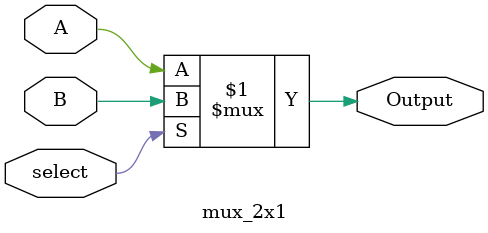
<source format=v>
`timescale 1ns / 1ps


module mux_2x1(input A,B,select,output Output);
assign Output = (select) ? B:A;
endmodule

</source>
